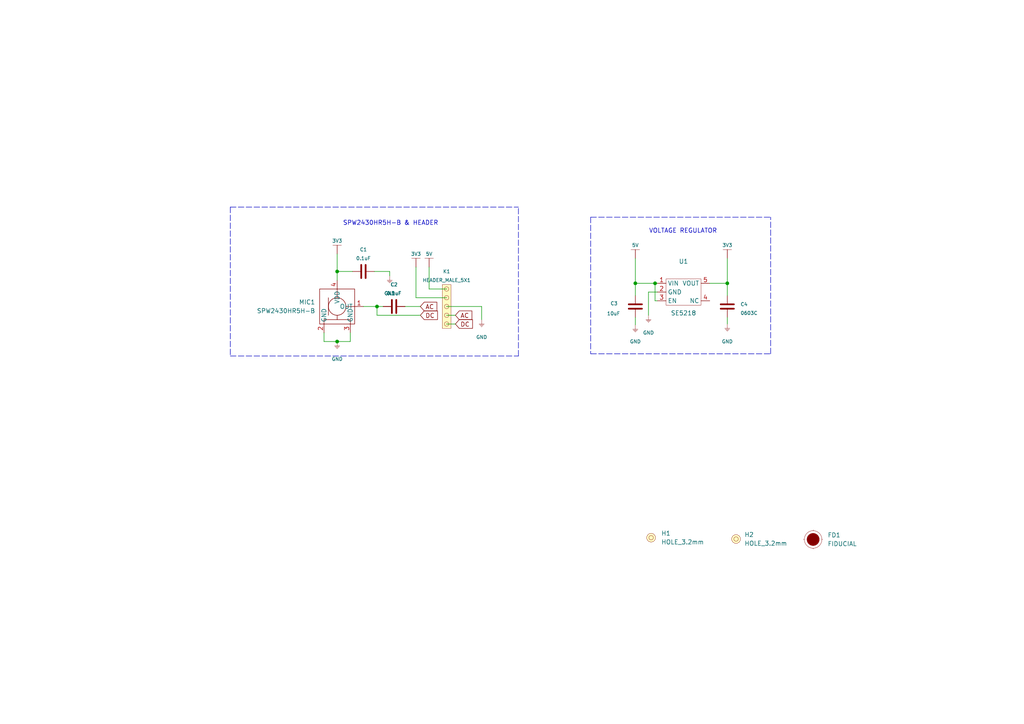
<source format=kicad_sch>
(kicad_sch (version 20210621) (generator eeschema)

  (uuid a46a0b88-4f36-4d12-b434-adfb90e3e8b5)

  (paper "A4")

  (lib_symbols
    (symbol "e-radionica.com schematics:0603C" (pin_numbers hide) (pin_names (offset 0.002)) (in_bom yes) (on_board yes)
      (property "Reference" "C" (id 0) (at -0.635 3.175 0)
        (effects (font (size 1 1)))
      )
      (property "Value" "0603C" (id 1) (at 0 -3.175 0)
        (effects (font (size 1 1)))
      )
      (property "Footprint" "e-radionica.com footprinti:0603C" (id 2) (at 0 0 0)
        (effects (font (size 1 1)) hide)
      )
      (property "Datasheet" "" (id 3) (at 0 0 0)
        (effects (font (size 1 1)) hide)
      )
      (symbol "0603C_0_1"
        (polyline
          (pts
            (xy -0.635 1.905)
            (xy -0.635 -1.905)
          )
          (stroke (width 0.5)) (fill (type none))
        )
        (polyline
          (pts
            (xy 0.635 1.905)
            (xy 0.635 -1.905)
          )
          (stroke (width 0.5)) (fill (type none))
        )
      )
      (symbol "0603C_1_1"
        (pin passive line (at -3.175 0 0) (length 2.54)
          (name "~" (effects (font (size 1.27 1.27))))
          (number "1" (effects (font (size 1.27 1.27))))
        )
        (pin passive line (at 3.175 0 180) (length 2.54)
          (name "~" (effects (font (size 1.27 1.27))))
          (number "2" (effects (font (size 1.27 1.27))))
        )
      )
    )
    (symbol "e-radionica.com schematics:3V3" (power) (pin_names (offset 0)) (in_bom yes) (on_board yes)
      (property "Reference" "#PWR" (id 0) (at 4.445 0 0)
        (effects (font (size 1 1)) hide)
      )
      (property "Value" "3V3" (id 1) (at 0 3.556 0)
        (effects (font (size 1 1)))
      )
      (property "Footprint" "" (id 2) (at 4.445 3.81 0)
        (effects (font (size 1 1)) hide)
      )
      (property "Datasheet" "" (id 3) (at 4.445 3.81 0)
        (effects (font (size 1 1)) hide)
      )
      (property "ki_keywords" "power-flag" (id 4) (at 0 0 0)
        (effects (font (size 1.27 1.27)) hide)
      )
      (property "ki_description" "Power symbol creates a global label with name \"3V3\"" (id 5) (at 0 0 0)
        (effects (font (size 1.27 1.27)) hide)
      )
      (symbol "3V3_0_1"
        (polyline
          (pts
            (xy -1.27 2.54)
            (xy 1.27 2.54)
          )
          (stroke (width 0.0006)) (fill (type none))
        )
        (polyline
          (pts
            (xy 0 0)
            (xy 0 2.54)
          )
          (stroke (width 0)) (fill (type none))
        )
      )
      (symbol "3V3_1_1"
        (pin power_in line (at 0 0 90) (length 0) hide
          (name "3V3" (effects (font (size 1.27 1.27))))
          (number "1" (effects (font (size 1.27 1.27))))
        )
      )
    )
    (symbol "e-radionica.com schematics:5V" (power) (pin_names (offset 0)) (in_bom yes) (on_board yes)
      (property "Reference" "#PWR" (id 0) (at 4.445 0 0)
        (effects (font (size 1 1)) hide)
      )
      (property "Value" "5V" (id 1) (at 0 3.556 0)
        (effects (font (size 1 1)))
      )
      (property "Footprint" "" (id 2) (at 4.445 3.81 0)
        (effects (font (size 1 1)) hide)
      )
      (property "Datasheet" "" (id 3) (at 4.445 3.81 0)
        (effects (font (size 1 1)) hide)
      )
      (property "ki_keywords" "power-flag" (id 4) (at 0 0 0)
        (effects (font (size 1.27 1.27)) hide)
      )
      (property "ki_description" "Power symbol creates a global label with name \"5V\"" (id 5) (at 0 0 0)
        (effects (font (size 1.27 1.27)) hide)
      )
      (symbol "5V_0_1"
        (polyline
          (pts
            (xy -1.27 2.54)
            (xy 1.27 2.54)
          )
          (stroke (width 0.0006)) (fill (type none))
        )
        (polyline
          (pts
            (xy 0 0)
            (xy 0 2.54)
          )
          (stroke (width 0)) (fill (type none))
        )
      )
      (symbol "5V_1_1"
        (pin power_in line (at 0 0 90) (length 0) hide
          (name "5V" (effects (font (size 1.27 1.27))))
          (number "1" (effects (font (size 1.27 1.27))))
        )
      )
    )
    (symbol "e-radionica.com schematics:FIDUCIAL" (in_bom no) (on_board yes)
      (property "Reference" "FD" (id 0) (at 0 3.81 0)
        (effects (font (size 1.27 1.27)))
      )
      (property "Value" "FIDUCIAL" (id 1) (at 0 -3.81 0)
        (effects (font (size 1.27 1.27)))
      )
      (property "Footprint" "e-radionica.com footprinti:FIDUCIAL_23" (id 2) (at 0.254 -5.334 0)
        (effects (font (size 1.27 1.27)) hide)
      )
      (property "Datasheet" "" (id 3) (at 0 0 0)
        (effects (font (size 1.27 1.27)) hide)
      )
      (symbol "FIDUCIAL_0_1"
        (circle (center 0 0) (radius 2.54) (stroke (width 0.0006)) (fill (type none)))
        (circle (center 0 0) (radius 1.7961) (stroke (width 0.001)) (fill (type outline)))
        (polyline
          (pts
            (xy -2.54 0)
            (xy -2.794 0)
          )
          (stroke (width 0.0006)) (fill (type none))
        )
        (polyline
          (pts
            (xy 0 -2.54)
            (xy 0 -2.794)
          )
          (stroke (width 0.0006)) (fill (type none))
        )
        (polyline
          (pts
            (xy 0 2.54)
            (xy 0 2.794)
          )
          (stroke (width 0.0006)) (fill (type none))
        )
        (polyline
          (pts
            (xy 2.54 0)
            (xy 2.794 0)
          )
          (stroke (width 0.0006)) (fill (type none))
        )
      )
    )
    (symbol "e-radionica.com schematics:GND" (power) (pin_names (offset 0)) (in_bom yes) (on_board yes)
      (property "Reference" "#PWR" (id 0) (at 4.445 0 0)
        (effects (font (size 1 1)) hide)
      )
      (property "Value" "GND" (id 1) (at 0 -2.921 0)
        (effects (font (size 1 1)))
      )
      (property "Footprint" "" (id 2) (at 4.445 3.81 0)
        (effects (font (size 1 1)) hide)
      )
      (property "Datasheet" "" (id 3) (at 4.445 3.81 0)
        (effects (font (size 1 1)) hide)
      )
      (property "ki_keywords" "power-flag" (id 4) (at 0 0 0)
        (effects (font (size 1.27 1.27)) hide)
      )
      (property "ki_description" "Power symbol creates a global label with name \"GND\"" (id 5) (at 0 0 0)
        (effects (font (size 1.27 1.27)) hide)
      )
      (symbol "GND_0_1"
        (polyline
          (pts
            (xy -0.762 -1.27)
            (xy 0.762 -1.27)
          )
          (stroke (width 0.0006)) (fill (type none))
        )
        (polyline
          (pts
            (xy -0.635 -1.524)
            (xy 0.635 -1.524)
          )
          (stroke (width 0.0006)) (fill (type none))
        )
        (polyline
          (pts
            (xy -0.381 -1.778)
            (xy 0.381 -1.778)
          )
          (stroke (width 0.0006)) (fill (type none))
        )
        (polyline
          (pts
            (xy -0.127 -2.032)
            (xy 0.127 -2.032)
          )
          (stroke (width 0.0006)) (fill (type none))
        )
        (polyline
          (pts
            (xy 0 0)
            (xy 0 -1.27)
          )
          (stroke (width 0.0006)) (fill (type none))
        )
      )
      (symbol "GND_1_1"
        (pin power_in line (at 0 0 270) (length 0) hide
          (name "GND" (effects (font (size 1.27 1.27))))
          (number "1" (effects (font (size 1.27 1.27))))
        )
      )
    )
    (symbol "e-radionica.com schematics:HEADER_MALE_5X1" (pin_numbers hide) (pin_names hide) (in_bom yes) (on_board yes)
      (property "Reference" "K" (id 0) (at -0.635 7.62 0)
        (effects (font (size 1 1)))
      )
      (property "Value" "HEADER_MALE_5X1" (id 1) (at 0.635 -7.62 0)
        (effects (font (size 1 1)))
      )
      (property "Footprint" "e-radionica.com footprinti:HEADER_MALE_5X1" (id 2) (at 0 0 0)
        (effects (font (size 1 1)) hide)
      )
      (property "Datasheet" "" (id 3) (at 0 0 0)
        (effects (font (size 1 1)) hide)
      )
      (symbol "HEADER_MALE_5X1_0_1"
        (circle (center 0 -5.08) (radius 0.635) (stroke (width 0.0006)) (fill (type none)))
        (circle (center 0 -2.54) (radius 0.635) (stroke (width 0.0006)) (fill (type none)))
        (circle (center 0 0) (radius 0.635) (stroke (width 0.0006)) (fill (type none)))
        (circle (center 0 2.54) (radius 0.635) (stroke (width 0.0006)) (fill (type none)))
        (circle (center 0 5.08) (radius 0.635) (stroke (width 0.0006)) (fill (type none)))
        (rectangle (start -1.27 6.35) (end 1.27 -6.35)
          (stroke (width 0.001)) (fill (type background))
        )
      )
      (symbol "HEADER_MALE_5X1_1_1"
        (pin passive line (at 0 -5.08 180) (length 0)
          (name "~" (effects (font (size 1 1))))
          (number "1" (effects (font (size 1 1))))
        )
        (pin passive line (at 0 -2.54 180) (length 0)
          (name "~" (effects (font (size 1 1))))
          (number "2" (effects (font (size 1 1))))
        )
        (pin passive line (at 0 0 180) (length 0)
          (name "~" (effects (font (size 1 1))))
          (number "3" (effects (font (size 1 1))))
        )
        (pin passive line (at 0 2.54 180) (length 0)
          (name "~" (effects (font (size 1 1))))
          (number "4" (effects (font (size 1 1))))
        )
        (pin passive line (at 0 5.08 180) (length 0)
          (name "~" (effects (font (size 0.991 0.991))))
          (number "5" (effects (font (size 0.991 0.991))))
        )
      )
    )
    (symbol "e-radionica.com schematics:HOLE_3.2mm" (pin_numbers hide) (pin_names hide) (in_bom yes) (on_board yes)
      (property "Reference" "H" (id 0) (at 0 2.54 0)
        (effects (font (size 1.27 1.27)))
      )
      (property "Value" "HOLE_3.2mm" (id 1) (at 0 -2.54 0)
        (effects (font (size 1.27 1.27)))
      )
      (property "Footprint" "e-radionica.com footprinti:HOLE_3.2mm" (id 2) (at 0 0 0)
        (effects (font (size 1.27 1.27)) hide)
      )
      (property "Datasheet" "" (id 3) (at 0 0 0)
        (effects (font (size 1.27 1.27)) hide)
      )
      (symbol "HOLE_3.2mm_0_1"
        (circle (center 0 0) (radius 0.635) (stroke (width 0.0006)) (fill (type none)))
        (circle (center 0 0) (radius 1.27) (stroke (width 0.001)) (fill (type background)))
      )
    )
    (symbol "e-radionica.com schematics:SE5218" (in_bom yes) (on_board yes)
      (property "Reference" "U" (id 0) (at -3.81 5.08 0)
        (effects (font (size 1.27 1.27)))
      )
      (property "Value" "SE5218" (id 1) (at 0 -5.08 0)
        (effects (font (size 1.27 1.27)))
      )
      (property "Footprint" "e-radionica.com footprinti:SOT-23-5" (id 2) (at 0 0 0)
        (effects (font (size 1.27 1.27)) hide)
      )
      (property "Datasheet" "" (id 3) (at 0 0 0)
        (effects (font (size 1.27 1.27)) hide)
      )
      (symbol "SE5218_0_1"
        (rectangle (start -5.08 3.81) (end 5.08 -3.81)
          (stroke (width 0.0006)) (fill (type none))
        )
      )
      (symbol "SE5218_1_1"
        (pin power_in line (at -7.62 2.54 0) (length 2.54)
          (name "VIN" (effects (font (size 1.27 1.27))))
          (number "1" (effects (font (size 1.27 1.27))))
        )
        (pin power_in line (at -7.62 0 0) (length 2.54)
          (name "GND" (effects (font (size 1.27 1.27))))
          (number "2" (effects (font (size 1.27 1.27))))
        )
        (pin input line (at -7.62 -2.54 0) (length 2.54)
          (name "EN" (effects (font (size 1.27 1.27))))
          (number "3" (effects (font (size 1.27 1.27))))
        )
        (pin passive line (at 7.62 -2.54 180) (length 2.54)
          (name "NC" (effects (font (size 1.27 1.27))))
          (number "4" (effects (font (size 1.27 1.27))))
        )
        (pin power_out line (at 7.62 2.54 180) (length 2.54)
          (name "VOUT" (effects (font (size 1.27 1.27))))
          (number "5" (effects (font (size 1.27 1.27))))
        )
      )
    )
    (symbol "e-radionica.com schematics:SPW2430HR5H-B" (in_bom yes) (on_board yes)
      (property "Reference" "MIC" (id 0) (at 2.54 11.43 0)
        (effects (font (size 1.27 1.27)))
      )
      (property "Value" "SPW2430HR5H-B" (id 1) (at 1.27 -10.16 0)
        (effects (font (size 1.27 1.27)))
      )
      (property "Footprint" "e-radionica.com footprinti:SPW2430HR5H-B" (id 2) (at 0 0 0)
        (effects (font (size 1.27 1.27)) hide)
      )
      (property "Datasheet" "" (id 3) (at 0 0 0)
        (effects (font (size 1.27 1.27)) hide)
      )
      (symbol "SPW2430HR5H-B_0_1"
        (circle (center 0 5.08) (radius 2.54) (stroke (width 0.1524)) (fill (type none)))
        (rectangle (start 5.08 0) (end -5.08 10.16)
          (stroke (width 0.1524)) (fill (type none))
        )
        (polyline
          (pts
            (xy -2.54 7.62)
            (xy -2.54 2.54)
          )
          (stroke (width 0.1524)) (fill (type none))
        )
        (polyline
          (pts
            (xy 0 2.54)
            (xy 0 1.27)
          )
          (stroke (width 0.1524)) (fill (type none))
        )
        (polyline
          (pts
            (xy 0 10.16)
            (xy 0 7.62)
          )
          (stroke (width 0.1524)) (fill (type none))
        )
        (polyline
          (pts
            (xy 2.54 5.08)
            (xy 5.08 5.08)
          )
          (stroke (width 0.1524)) (fill (type none))
        )
        (polyline
          (pts
            (xy -3.81 0)
            (xy -3.81 1.27)
            (xy 3.81 1.27)
            (xy 3.81 0)
            (xy 3.81 1.27)
          )
          (stroke (width 0.1524)) (fill (type none))
        )
      )
      (symbol "SPW2430HR5H-B_1_1"
        (pin passive line (at 7.62 5.08 180) (length 2.54)
          (name "OUT" (effects (font (size 1.27 1.27))))
          (number "1" (effects (font (size 1.27 1.27))))
        )
        (pin passive line (at -3.81 -2.54 90) (length 2.54)
          (name "GND" (effects (font (size 1.27 1.27))))
          (number "2" (effects (font (size 1.27 1.27))))
        )
        (pin passive line (at 3.81 -2.54 90) (length 2.54)
          (name "GND" (effects (font (size 1.27 1.27))))
          (number "3" (effects (font (size 1.27 1.27))))
        )
        (pin passive line (at 0 12.7 270) (length 2.54)
          (name "VDD" (effects (font (size 1.27 1.27))))
          (number "4" (effects (font (size 1.27 1.27))))
        )
      )
    )
  )

  (junction (at 97.79 78.74) (diameter 0.9144) (color 0 0 0 0))
  (junction (at 97.79 99.06) (diameter 0.9144) (color 0 0 0 0))
  (junction (at 109.347 88.9) (diameter 0.9144) (color 0 0 0 0))
  (junction (at 184.277 82.169) (diameter 0.9144) (color 0 0 0 0))
  (junction (at 189.992 82.169) (diameter 0.9144) (color 0 0 0 0))
  (junction (at 210.947 82.169) (diameter 0.9144) (color 0 0 0 0))

  (wire (pts (xy 93.98 99.06) (xy 93.98 96.52))
    (stroke (width 0) (type solid) (color 0 0 0 0))
    (uuid 62ecd0e0-54a5-4705-a24a-f776bd9b0e31)
  )
  (wire (pts (xy 97.79 73.66) (xy 97.79 78.74))
    (stroke (width 0) (type solid) (color 0 0 0 0))
    (uuid db049295-40c3-4171-bfc0-eed7cc3a058b)
  )
  (wire (pts (xy 97.79 78.74) (xy 97.79 81.28))
    (stroke (width 0) (type solid) (color 0 0 0 0))
    (uuid db049295-40c3-4171-bfc0-eed7cc3a058b)
  )
  (wire (pts (xy 97.79 78.74) (xy 102.235 78.74))
    (stroke (width 0) (type solid) (color 0 0 0 0))
    (uuid 11358a1d-b238-4c6f-8c69-3128f6202c79)
  )
  (wire (pts (xy 97.79 99.06) (xy 93.98 99.06))
    (stroke (width 0) (type solid) (color 0 0 0 0))
    (uuid 62ecd0e0-54a5-4705-a24a-f776bd9b0e31)
  )
  (wire (pts (xy 97.79 99.06) (xy 101.6 99.06))
    (stroke (width 0) (type solid) (color 0 0 0 0))
    (uuid c986f975-09a2-463f-b968-b167ee21ba87)
  )
  (wire (pts (xy 101.6 99.06) (xy 101.6 96.52))
    (stroke (width 0) (type solid) (color 0 0 0 0))
    (uuid c986f975-09a2-463f-b968-b167ee21ba87)
  )
  (wire (pts (xy 105.41 88.9) (xy 109.347 88.9))
    (stroke (width 0) (type solid) (color 0 0 0 0))
    (uuid 6888e472-66ad-48e2-bfcb-70b077b21834)
  )
  (wire (pts (xy 109.347 88.9) (xy 111.125 88.9))
    (stroke (width 0) (type solid) (color 0 0 0 0))
    (uuid 6888e472-66ad-48e2-bfcb-70b077b21834)
  )
  (wire (pts (xy 109.347 91.44) (xy 109.347 88.9))
    (stroke (width 0) (type solid) (color 0 0 0 0))
    (uuid d9a0f1ab-7a22-412e-b849-24af55242eb6)
  )
  (wire (pts (xy 113.03 78.74) (xy 108.585 78.74))
    (stroke (width 0) (type solid) (color 0 0 0 0))
    (uuid c39531a3-bfeb-4fcb-aa04-54800c14bc38)
  )
  (wire (pts (xy 113.03 80.01) (xy 113.03 78.74))
    (stroke (width 0) (type solid) (color 0 0 0 0))
    (uuid c39531a3-bfeb-4fcb-aa04-54800c14bc38)
  )
  (wire (pts (xy 117.475 88.9) (xy 121.92 88.9))
    (stroke (width 0) (type solid) (color 0 0 0 0))
    (uuid 3dc17271-08be-4a41-8825-3eaba523762c)
  )
  (wire (pts (xy 120.65 86.36) (xy 120.65 77.47))
    (stroke (width 0) (type solid) (color 0 0 0 0))
    (uuid 43ad45e2-0788-464d-8464-4364a376375d)
  )
  (wire (pts (xy 121.92 91.44) (xy 109.347 91.44))
    (stroke (width 0) (type solid) (color 0 0 0 0))
    (uuid d9a0f1ab-7a22-412e-b849-24af55242eb6)
  )
  (wire (pts (xy 124.46 83.82) (xy 124.46 77.47))
    (stroke (width 0) (type solid) (color 0 0 0 0))
    (uuid 9727426a-3dcf-4f67-a9b8-055eefe6614e)
  )
  (wire (pts (xy 129.54 83.82) (xy 124.46 83.82))
    (stroke (width 0) (type solid) (color 0 0 0 0))
    (uuid 9727426a-3dcf-4f67-a9b8-055eefe6614e)
  )
  (wire (pts (xy 129.54 86.36) (xy 120.65 86.36))
    (stroke (width 0) (type solid) (color 0 0 0 0))
    (uuid 43ad45e2-0788-464d-8464-4364a376375d)
  )
  (wire (pts (xy 129.54 88.9) (xy 139.7 88.9))
    (stroke (width 0) (type solid) (color 0 0 0 0))
    (uuid b3fa4b1c-d9cd-4c8a-b894-b0b47318052b)
  )
  (wire (pts (xy 129.54 91.44) (xy 132.08 91.44))
    (stroke (width 0) (type solid) (color 0 0 0 0))
    (uuid 95072b7d-11ef-4b9f-a18d-b4dd5ad5fdd2)
  )
  (wire (pts (xy 129.54 93.98) (xy 132.08 93.98))
    (stroke (width 0) (type solid) (color 0 0 0 0))
    (uuid bed2cee3-1102-492a-b44f-4f0950fa9e21)
  )
  (wire (pts (xy 139.7 88.9) (xy 139.7 92.71))
    (stroke (width 0) (type solid) (color 0 0 0 0))
    (uuid b3fa4b1c-d9cd-4c8a-b894-b0b47318052b)
  )
  (wire (pts (xy 184.277 74.93) (xy 184.277 82.169))
    (stroke (width 0) (type solid) (color 0 0 0 0))
    (uuid a05a8dd5-f99b-41b6-ad2f-45589a492860)
  )
  (wire (pts (xy 184.277 82.169) (xy 184.277 85.725))
    (stroke (width 0) (type solid) (color 0 0 0 0))
    (uuid 16f43221-f11f-430a-9a4c-c71f8318e7fd)
  )
  (wire (pts (xy 184.277 92.075) (xy 184.277 94.234))
    (stroke (width 0) (type solid) (color 0 0 0 0))
    (uuid ab77e388-af7b-419e-86a6-96394605d124)
  )
  (wire (pts (xy 188.087 84.709) (xy 188.087 91.44))
    (stroke (width 0) (type solid) (color 0 0 0 0))
    (uuid 76c40873-cc0e-4ca6-83d9-25fafe3065d5)
  )
  (wire (pts (xy 189.992 82.169) (xy 184.277 82.169))
    (stroke (width 0) (type solid) (color 0 0 0 0))
    (uuid a05a8dd5-f99b-41b6-ad2f-45589a492860)
  )
  (wire (pts (xy 189.992 87.249) (xy 189.992 82.169))
    (stroke (width 0) (type solid) (color 0 0 0 0))
    (uuid 7a3f53a2-8d58-4bbe-a57e-ddba149b1bc0)
  )
  (wire (pts (xy 190.627 82.169) (xy 189.992 82.169))
    (stroke (width 0) (type solid) (color 0 0 0 0))
    (uuid a05a8dd5-f99b-41b6-ad2f-45589a492860)
  )
  (wire (pts (xy 190.627 84.709) (xy 188.087 84.709))
    (stroke (width 0) (type solid) (color 0 0 0 0))
    (uuid 76c40873-cc0e-4ca6-83d9-25fafe3065d5)
  )
  (wire (pts (xy 190.627 87.249) (xy 189.992 87.249))
    (stroke (width 0) (type solid) (color 0 0 0 0))
    (uuid 7a3f53a2-8d58-4bbe-a57e-ddba149b1bc0)
  )
  (wire (pts (xy 210.947 74.93) (xy 210.947 82.169))
    (stroke (width 0) (type solid) (color 0 0 0 0))
    (uuid 9d6f52e6-e93e-4775-8b76-d35d65eb72fe)
  )
  (wire (pts (xy 210.947 82.169) (xy 205.867 82.169))
    (stroke (width 0) (type solid) (color 0 0 0 0))
    (uuid 9d6f52e6-e93e-4775-8b76-d35d65eb72fe)
  )
  (wire (pts (xy 210.947 82.169) (xy 210.947 85.725))
    (stroke (width 0) (type solid) (color 0 0 0 0))
    (uuid 50f4c5f6-443c-4168-bb12-4e4e8713b7d7)
  )
  (wire (pts (xy 210.947 92.075) (xy 210.947 93.98))
    (stroke (width 0) (type solid) (color 0 0 0 0))
    (uuid 80002e2f-e696-4f1d-b448-76072dc8458f)
  )
  (polyline (pts (xy 66.802 60.071) (xy 66.802 103.251))
    (stroke (width 0) (type dash) (color 0 0 0 0))
    (uuid 64a00686-3e28-4c67-a5b7-5078f276c2fb)
  )
  (polyline (pts (xy 66.802 60.071) (xy 150.368 60.071))
    (stroke (width 0) (type dash) (color 0 0 0 0))
    (uuid 64a00686-3e28-4c67-a5b7-5078f276c2fb)
  )
  (polyline (pts (xy 66.802 103.251) (xy 150.368 103.251))
    (stroke (width 0) (type dash) (color 0 0 0 0))
    (uuid 64a00686-3e28-4c67-a5b7-5078f276c2fb)
  )
  (polyline (pts (xy 150.368 103.251) (xy 150.368 60.071))
    (stroke (width 0) (type dash) (color 0 0 0 0))
    (uuid 64a00686-3e28-4c67-a5b7-5078f276c2fb)
  )
  (polyline (pts (xy 171.323 62.992) (xy 171.323 102.616))
    (stroke (width 0) (type dash) (color 0 0 0 0))
    (uuid 97a33536-00f7-4400-b4e3-967ec3c50871)
  )
  (polyline (pts (xy 171.323 62.992) (xy 223.52 62.992))
    (stroke (width 0) (type dash) (color 0 0 0 0))
    (uuid 97a33536-00f7-4400-b4e3-967ec3c50871)
  )
  (polyline (pts (xy 171.323 102.616) (xy 223.52 102.616))
    (stroke (width 0) (type dash) (color 0 0 0 0))
    (uuid 97a33536-00f7-4400-b4e3-967ec3c50871)
  )
  (polyline (pts (xy 223.52 102.616) (xy 223.52 62.992))
    (stroke (width 0) (type dash) (color 0 0 0 0))
    (uuid 97a33536-00f7-4400-b4e3-967ec3c50871)
  )

  (text "SPW2430HR5H-B & HEADER" (at 99.441 65.532 0)
    (effects (font (size 1.27 1.27)) (justify left bottom))
    (uuid 62f91db4-8cea-4857-91b1-fa683bcec5d2)
  )
  (text "VOLTAGE REGULATOR" (at 188.214 67.818 0)
    (effects (font (size 1.27 1.27)) (justify left bottom))
    (uuid 81d20e86-030d-4150-af23-4be7d67e279f)
  )

  (global_label "AC" (shape input) (at 121.92 88.9 0) (fields_autoplaced)
    (effects (font (size 1.27 1.27)) (justify left))
    (uuid efd9d147-2b31-4350-9643-72a8b303e4ec)
    (property "Intersheet References" "${INTERSHEET_REFS}" (id 0) (at 126.6917 88.8206 0)
      (effects (font (size 1.27 1.27)) (justify left) hide)
    )
  )
  (global_label "DC" (shape input) (at 121.92 91.44 0) (fields_autoplaced)
    (effects (font (size 1.27 1.27)) (justify left))
    (uuid 4fed891b-d065-433d-ba01-d8be7b6e85ca)
    (property "Intersheet References" "${INTERSHEET_REFS}" (id 0) (at 126.8731 91.3606 0)
      (effects (font (size 1.27 1.27)) (justify left) hide)
    )
  )
  (global_label "AC" (shape input) (at 132.08 91.44 0) (fields_autoplaced)
    (effects (font (size 1.27 1.27)) (justify left))
    (uuid 963120e1-de53-4641-a0d0-fe8802105bfe)
    (property "Intersheet References" "${INTERSHEET_REFS}" (id 0) (at 136.8517 91.3606 0)
      (effects (font (size 1.27 1.27)) (justify left) hide)
    )
  )
  (global_label "DC" (shape input) (at 132.08 93.98 0) (fields_autoplaced)
    (effects (font (size 1.27 1.27)) (justify left))
    (uuid dc8ea34e-3874-4780-9139-2b8ae5fdc107)
    (property "Intersheet References" "${INTERSHEET_REFS}" (id 0) (at 137.0331 93.9006 0)
      (effects (font (size 1.27 1.27)) (justify left) hide)
    )
  )

  (symbol (lib_id "e-radionica.com schematics:GND") (at 97.79 99.06 0) (unit 1)
    (in_bom yes) (on_board yes) (fields_autoplaced)
    (uuid c2f9a7b7-4e0e-4f8b-8c29-5d18f5e5fea3)
    (property "Reference" "#PWR02" (id 0) (at 102.235 99.06 0)
      (effects (font (size 1 1)) hide)
    )
    (property "Value" "GND" (id 1) (at 97.79 104.14 0)
      (effects (font (size 1 1)))
    )
    (property "Footprint" "" (id 2) (at 102.235 95.25 0)
      (effects (font (size 1 1)) hide)
    )
    (property "Datasheet" "" (id 3) (at 102.235 95.25 0)
      (effects (font (size 1 1)) hide)
    )
    (pin "1" (uuid 7bc40c84-2546-4a09-8494-74fe688f30fd))
  )

  (symbol (lib_id "e-radionica.com schematics:GND") (at 113.03 80.01 0) (unit 1)
    (in_bom yes) (on_board yes) (fields_autoplaced)
    (uuid be63a5f7-40a4-4063-b976-37b43fae55c3)
    (property "Reference" "#PWR03" (id 0) (at 117.475 80.01 0)
      (effects (font (size 1 1)) hide)
    )
    (property "Value" "GND" (id 1) (at 113.03 85.09 0)
      (effects (font (size 1 1)))
    )
    (property "Footprint" "" (id 2) (at 117.475 76.2 0)
      (effects (font (size 1 1)) hide)
    )
    (property "Datasheet" "" (id 3) (at 117.475 76.2 0)
      (effects (font (size 1 1)) hide)
    )
    (pin "1" (uuid 970cc784-b186-4530-9ce7-a115c3579718))
  )

  (symbol (lib_id "e-radionica.com schematics:GND") (at 139.7 92.71 0) (unit 1)
    (in_bom yes) (on_board yes) (fields_autoplaced)
    (uuid 0b67f60c-1f7e-46aa-827d-b7f65ac7aed6)
    (property "Reference" "#PWR06" (id 0) (at 144.145 92.71 0)
      (effects (font (size 1 1)) hide)
    )
    (property "Value" "GND" (id 1) (at 139.7 97.79 0)
      (effects (font (size 1 1)))
    )
    (property "Footprint" "" (id 2) (at 144.145 88.9 0)
      (effects (font (size 1 1)) hide)
    )
    (property "Datasheet" "" (id 3) (at 144.145 88.9 0)
      (effects (font (size 1 1)) hide)
    )
    (pin "1" (uuid 08432335-cad1-4eaa-9319-51d93e94dc9f))
  )

  (symbol (lib_id "e-radionica.com schematics:GND") (at 184.277 94.234 0) (unit 1)
    (in_bom yes) (on_board yes) (fields_autoplaced)
    (uuid 9764b623-792b-45da-b764-03171ddfc0e1)
    (property "Reference" "#PWR08" (id 0) (at 188.722 94.234 0)
      (effects (font (size 1 1)) hide)
    )
    (property "Value" "GND" (id 1) (at 184.277 99.06 0)
      (effects (font (size 1 1)))
    )
    (property "Footprint" "" (id 2) (at 188.722 90.424 0)
      (effects (font (size 1 1)) hide)
    )
    (property "Datasheet" "" (id 3) (at 188.722 90.424 0)
      (effects (font (size 1 1)) hide)
    )
    (pin "1" (uuid 496001b0-799d-4467-8d5a-34b024a9bbb9))
  )

  (symbol (lib_id "e-radionica.com schematics:GND") (at 188.087 91.44 0) (unit 1)
    (in_bom yes) (on_board yes) (fields_autoplaced)
    (uuid eb3ad486-6b96-41bb-9502-6e50eb22b3cc)
    (property "Reference" "#PWR09" (id 0) (at 192.532 91.44 0)
      (effects (font (size 1 1)) hide)
    )
    (property "Value" "GND" (id 1) (at 188.087 96.52 0)
      (effects (font (size 1 1)))
    )
    (property "Footprint" "" (id 2) (at 192.532 87.63 0)
      (effects (font (size 1 1)) hide)
    )
    (property "Datasheet" "" (id 3) (at 192.532 87.63 0)
      (effects (font (size 1 1)) hide)
    )
    (pin "1" (uuid 3a6fde5c-fdc3-488e-9c6f-9b7aa0762072))
  )

  (symbol (lib_id "e-radionica.com schematics:GND") (at 210.947 93.98 0) (unit 1)
    (in_bom yes) (on_board yes) (fields_autoplaced)
    (uuid 6f800d1c-d742-4831-8b9a-3d61e3e68bea)
    (property "Reference" "#PWR011" (id 0) (at 215.392 93.98 0)
      (effects (font (size 1 1)) hide)
    )
    (property "Value" "GND" (id 1) (at 210.947 99.06 0)
      (effects (font (size 1 1)))
    )
    (property "Footprint" "" (id 2) (at 215.392 90.17 0)
      (effects (font (size 1 1)) hide)
    )
    (property "Datasheet" "" (id 3) (at 215.392 90.17 0)
      (effects (font (size 1 1)) hide)
    )
    (pin "1" (uuid 11d12934-cf10-404a-89ae-e7fb66123327))
  )

  (symbol (lib_id "e-radionica.com schematics:HOLE_3.2mm") (at 188.849 155.956 0) (unit 1)
    (in_bom yes) (on_board yes) (fields_autoplaced)
    (uuid baa8b904-5f28-44a7-9303-ccc8e26c8d4c)
    (property "Reference" "H1" (id 0) (at 191.77 154.6859 0)
      (effects (font (size 1.27 1.27)) (justify left))
    )
    (property "Value" "HOLE_3.2mm" (id 1) (at 191.77 157.2259 0)
      (effects (font (size 1.27 1.27)) (justify left))
    )
    (property "Footprint" "e-radionica.com footprinti:HOLE_3.2mm" (id 2) (at 188.849 155.956 0)
      (effects (font (size 1.27 1.27)) hide)
    )
    (property "Datasheet" "" (id 3) (at 188.849 155.956 0)
      (effects (font (size 1.27 1.27)) hide)
    )
  )

  (symbol (lib_id "e-radionica.com schematics:HOLE_3.2mm") (at 213.487 156.337 0) (unit 1)
    (in_bom yes) (on_board yes) (fields_autoplaced)
    (uuid d4be66b0-7fe1-4d7e-a721-895eb6a16180)
    (property "Reference" "H2" (id 0) (at 215.9 155.0669 0)
      (effects (font (size 1.27 1.27)) (justify left))
    )
    (property "Value" "HOLE_3.2mm" (id 1) (at 215.9 157.6069 0)
      (effects (font (size 1.27 1.27)) (justify left))
    )
    (property "Footprint" "e-radionica.com footprinti:HOLE_3.2mm" (id 2) (at 213.487 156.337 0)
      (effects (font (size 1.27 1.27)) hide)
    )
    (property "Datasheet" "" (id 3) (at 213.487 156.337 0)
      (effects (font (size 1.27 1.27)) hide)
    )
  )

  (symbol (lib_id "e-radionica.com schematics:3V3") (at 97.79 73.66 0) (unit 1)
    (in_bom yes) (on_board yes) (fields_autoplaced)
    (uuid 0f48920c-32a6-4ba4-aa8f-6769e6f21d45)
    (property "Reference" "#PWR01" (id 0) (at 102.235 73.66 0)
      (effects (font (size 1 1)) hide)
    )
    (property "Value" "3V3" (id 1) (at 97.79 69.85 0)
      (effects (font (size 1 1)))
    )
    (property "Footprint" "" (id 2) (at 102.235 69.85 0)
      (effects (font (size 1 1)) hide)
    )
    (property "Datasheet" "" (id 3) (at 102.235 69.85 0)
      (effects (font (size 1 1)) hide)
    )
    (pin "1" (uuid a3569fe9-7ad6-4af5-825e-2e7a16dec70e))
  )

  (symbol (lib_id "e-radionica.com schematics:3V3") (at 120.65 77.47 0) (unit 1)
    (in_bom yes) (on_board yes) (fields_autoplaced)
    (uuid 31ac4685-894b-41cc-adfa-63bb9bbb798e)
    (property "Reference" "#PWR04" (id 0) (at 125.095 77.47 0)
      (effects (font (size 1 1)) hide)
    )
    (property "Value" "3V3" (id 1) (at 120.65 73.66 0)
      (effects (font (size 1 1)))
    )
    (property "Footprint" "" (id 2) (at 125.095 73.66 0)
      (effects (font (size 1 1)) hide)
    )
    (property "Datasheet" "" (id 3) (at 125.095 73.66 0)
      (effects (font (size 1 1)) hide)
    )
    (pin "1" (uuid e7c03e2c-6bcb-45e1-82bd-5e7b8f4630dd))
  )

  (symbol (lib_id "e-radionica.com schematics:5V") (at 124.46 77.47 0) (unit 1)
    (in_bom yes) (on_board yes) (fields_autoplaced)
    (uuid fdae9c37-4a6c-4ad5-9d37-e42b632b5de8)
    (property "Reference" "#PWR05" (id 0) (at 128.905 77.47 0)
      (effects (font (size 1 1)) hide)
    )
    (property "Value" "5V" (id 1) (at 124.46 73.66 0)
      (effects (font (size 1 1)))
    )
    (property "Footprint" "" (id 2) (at 128.905 73.66 0)
      (effects (font (size 1 1)) hide)
    )
    (property "Datasheet" "" (id 3) (at 128.905 73.66 0)
      (effects (font (size 1 1)) hide)
    )
    (pin "1" (uuid 16228006-8460-4d43-a2f9-e1f2f2ab4e78))
  )

  (symbol (lib_id "e-radionica.com schematics:5V") (at 184.277 74.93 0) (unit 1)
    (in_bom yes) (on_board yes) (fields_autoplaced)
    (uuid 37694145-c293-4168-9309-b04b7612218e)
    (property "Reference" "#PWR07" (id 0) (at 188.722 74.93 0)
      (effects (font (size 1 1)) hide)
    )
    (property "Value" "5V" (id 1) (at 184.277 71.12 0)
      (effects (font (size 1 1)))
    )
    (property "Footprint" "" (id 2) (at 188.722 71.12 0)
      (effects (font (size 1 1)) hide)
    )
    (property "Datasheet" "" (id 3) (at 188.722 71.12 0)
      (effects (font (size 1 1)) hide)
    )
    (pin "1" (uuid d30a4f7d-9fde-421d-ab53-a08a9dbc4928))
  )

  (symbol (lib_id "e-radionica.com schematics:3V3") (at 210.947 74.93 0) (unit 1)
    (in_bom yes) (on_board yes) (fields_autoplaced)
    (uuid da54051c-15be-4ce1-9422-0969eb435165)
    (property "Reference" "#PWR010" (id 0) (at 215.392 74.93 0)
      (effects (font (size 1 1)) hide)
    )
    (property "Value" "3V3" (id 1) (at 210.947 71.12 0)
      (effects (font (size 1 1)))
    )
    (property "Footprint" "" (id 2) (at 215.392 71.12 0)
      (effects (font (size 1 1)) hide)
    )
    (property "Datasheet" "" (id 3) (at 215.392 71.12 0)
      (effects (font (size 1 1)) hide)
    )
    (pin "1" (uuid cc545b80-7234-46b2-af18-45f3a36b1425))
  )

  (symbol (lib_id "e-radionica.com schematics:0603C") (at 105.41 78.74 0) (unit 1)
    (in_bom yes) (on_board yes) (fields_autoplaced)
    (uuid a7f740ee-cd97-43d3-9b91-931b12e4d19c)
    (property "Reference" "C1" (id 0) (at 105.41 72.39 0)
      (effects (font (size 1 1)))
    )
    (property "Value" "0.1uF" (id 1) (at 105.41 74.93 0)
      (effects (font (size 1 1)))
    )
    (property "Footprint" "e-radionica.com footprinti:0603C" (id 2) (at 105.41 78.74 0)
      (effects (font (size 1 1)) hide)
    )
    (property "Datasheet" "" (id 3) (at 105.41 78.74 0)
      (effects (font (size 1 1)) hide)
    )
    (pin "1" (uuid 5c451bf4-e5bf-4ec1-aeb3-1c666984b0df))
    (pin "2" (uuid 4d6009ef-3572-43f9-8a20-1b4b821270e9))
  )

  (symbol (lib_id "e-radionica.com schematics:0603C") (at 114.3 88.9 0) (unit 1)
    (in_bom yes) (on_board yes) (fields_autoplaced)
    (uuid b32fab4f-6e6a-48ec-97a5-b96aa8165eb4)
    (property "Reference" "C2" (id 0) (at 114.3 82.55 0)
      (effects (font (size 1 1)))
    )
    (property "Value" "0.1uF" (id 1) (at 114.3 85.09 0)
      (effects (font (size 1 1)))
    )
    (property "Footprint" "e-radionica.com footprinti:0603C" (id 2) (at 114.3 88.9 0)
      (effects (font (size 1 1)) hide)
    )
    (property "Datasheet" "" (id 3) (at 114.3 88.9 0)
      (effects (font (size 1 1)) hide)
    )
    (pin "1" (uuid 118aa90b-21b2-4a12-a2bf-280c55864159))
    (pin "2" (uuid 4d201874-aa37-419b-9227-d336f744d514))
  )

  (symbol (lib_id "e-radionica.com schematics:0603C") (at 184.277 88.9 90) (unit 1)
    (in_bom yes) (on_board yes)
    (uuid 7617aee0-7ec8-4c5b-b4bf-9d64230eb75c)
    (property "Reference" "C3" (id 0) (at 177.038 88.011 90)
      (effects (font (size 1 1)) (justify right))
    )
    (property "Value" "10uF" (id 1) (at 176.022 90.932 90)
      (effects (font (size 1 1)) (justify right))
    )
    (property "Footprint" "e-radionica.com footprinti:0603C" (id 2) (at 184.277 88.9 0)
      (effects (font (size 1 1)) hide)
    )
    (property "Datasheet" "" (id 3) (at 184.277 88.9 0)
      (effects (font (size 1 1)) hide)
    )
    (pin "1" (uuid aa0b619b-85ed-4682-af2c-3d2312e59122))
    (pin "2" (uuid 31245037-7228-450f-8ade-d028f1199d85))
  )

  (symbol (lib_id "e-radionica.com schematics:0603C") (at 210.947 88.9 90) (unit 1)
    (in_bom yes) (on_board yes) (fields_autoplaced)
    (uuid 487b11e1-2a5d-4705-83a7-90ecf9527e5e)
    (property "Reference" "C4" (id 0) (at 214.757 88.265 90)
      (effects (font (size 1 1)) (justify right))
    )
    (property "Value" "0603C" (id 1) (at 214.757 90.805 90)
      (effects (font (size 1 1)) (justify right))
    )
    (property "Footprint" "e-radionica.com footprinti:0603C" (id 2) (at 210.947 88.9 0)
      (effects (font (size 1 1)) hide)
    )
    (property "Datasheet" "" (id 3) (at 210.947 88.9 0)
      (effects (font (size 1 1)) hide)
    )
    (pin "1" (uuid 7a0c7f06-2641-49a3-aaf1-87b6d4c39780))
    (pin "2" (uuid 9f9dc640-7ce4-4d68-a407-deb5b9668cca))
  )

  (symbol (lib_id "e-radionica.com schematics:FIDUCIAL") (at 235.839 156.464 0) (unit 1)
    (in_bom no) (on_board yes) (fields_autoplaced)
    (uuid 1aeef393-0abb-4d12-a654-c8dac314ffa4)
    (property "Reference" "FD1" (id 0) (at 240.03 155.1939 0)
      (effects (font (size 1.27 1.27)) (justify left))
    )
    (property "Value" "FIDUCIAL" (id 1) (at 240.03 157.7339 0)
      (effects (font (size 1.27 1.27)) (justify left))
    )
    (property "Footprint" "e-radionica.com footprinti:FIDUCIAL_23" (id 2) (at 236.093 161.798 0)
      (effects (font (size 1.27 1.27)) hide)
    )
    (property "Datasheet" "" (id 3) (at 235.839 156.464 0)
      (effects (font (size 1.27 1.27)) hide)
    )
  )

  (symbol (lib_id "e-radionica.com schematics:HEADER_MALE_5X1") (at 129.54 88.9 0) (unit 1)
    (in_bom yes) (on_board yes) (fields_autoplaced)
    (uuid 2c07bdab-1113-44cd-a408-f21f23467b84)
    (property "Reference" "K1" (id 0) (at 129.54 78.74 0)
      (effects (font (size 1 1)))
    )
    (property "Value" "HEADER_MALE_5X1" (id 1) (at 129.54 81.28 0)
      (effects (font (size 1 1)))
    )
    (property "Footprint" "e-radionica.com footprinti:HEADER_MALE_5X1" (id 2) (at 129.54 88.9 0)
      (effects (font (size 1 1)) hide)
    )
    (property "Datasheet" "" (id 3) (at 129.54 88.9 0)
      (effects (font (size 1 1)) hide)
    )
    (pin "1" (uuid 9c91a8f3-c239-4b30-a030-84cf36939f1c))
    (pin "2" (uuid ff7b4f67-eb2a-482d-8d0c-78203b573298))
    (pin "3" (uuid d8b4bf67-27a6-46ff-b424-dd1d53c4b492))
    (pin "4" (uuid bfab0389-0e5f-4269-854a-43a4dab18aaa))
    (pin "5" (uuid 820efc29-0291-4ef0-aeee-d0741e5c8a3a))
  )

  (symbol (lib_id "e-radionica.com schematics:SE5218") (at 198.247 84.709 0) (unit 1)
    (in_bom yes) (on_board yes)
    (uuid 35f84459-d29d-4968-997c-6aa23a56ee53)
    (property "Reference" "U1" (id 0) (at 198.247 75.819 0))
    (property "Value" "SE5218" (id 1) (at 198.247 90.805 0))
    (property "Footprint" "e-radionica.com footprinti:SOT-23-5" (id 2) (at 198.247 84.709 0)
      (effects (font (size 1.27 1.27)) hide)
    )
    (property "Datasheet" "" (id 3) (at 198.247 84.709 0)
      (effects (font (size 1.27 1.27)) hide)
    )
    (pin "1" (uuid 5d0d034d-7c49-4ebd-894f-131cf049c89a))
    (pin "2" (uuid f3b0e9e8-d6bb-4293-8abe-f7c7da6b0058))
    (pin "3" (uuid 25032621-9cc5-4c78-a2ac-8af60f87ceb3))
    (pin "4" (uuid c6d1fc62-8b43-4663-8a89-5ed59ba8fb6f))
    (pin "5" (uuid 0612edd2-1311-4601-b0f3-b6f41c764c54))
  )

  (symbol (lib_id "e-radionica.com schematics:SPW2430HR5H-B") (at 97.79 93.98 0) (unit 1)
    (in_bom yes) (on_board yes) (fields_autoplaced)
    (uuid 665335c1-ac28-46e8-8b85-1e5bb803fad1)
    (property "Reference" "MIC1" (id 0) (at 91.44 87.6299 0)
      (effects (font (size 1.27 1.27)) (justify right))
    )
    (property "Value" "SPW2430HR5H-B" (id 1) (at 91.44 90.1699 0)
      (effects (font (size 1.27 1.27)) (justify right))
    )
    (property "Footprint" "e-radionica.com footprinti:SPW2430HR5H-B" (id 2) (at 97.79 93.98 0)
      (effects (font (size 1.27 1.27)) hide)
    )
    (property "Datasheet" "" (id 3) (at 97.79 93.98 0)
      (effects (font (size 1.27 1.27)) hide)
    )
    (pin "1" (uuid 0b1825e3-5151-4a36-a00c-77816c26beb7))
    (pin "2" (uuid 8236246b-038e-4229-bc1a-86dd0e05f721))
    (pin "3" (uuid cdcd13d4-abe5-4ed4-a1dd-6d2900700644))
    (pin "4" (uuid 2128aa35-e1ea-458a-a768-0e9fcb2877a4))
  )

  (sheet_instances
    (path "/" (page "1"))
  )

  (symbol_instances
    (path "/0f48920c-32a6-4ba4-aa8f-6769e6f21d45"
      (reference "#PWR01") (unit 1) (value "3V3") (footprint "")
    )
    (path "/c2f9a7b7-4e0e-4f8b-8c29-5d18f5e5fea3"
      (reference "#PWR02") (unit 1) (value "GND") (footprint "")
    )
    (path "/be63a5f7-40a4-4063-b976-37b43fae55c3"
      (reference "#PWR03") (unit 1) (value "GND") (footprint "")
    )
    (path "/31ac4685-894b-41cc-adfa-63bb9bbb798e"
      (reference "#PWR04") (unit 1) (value "3V3") (footprint "")
    )
    (path "/fdae9c37-4a6c-4ad5-9d37-e42b632b5de8"
      (reference "#PWR05") (unit 1) (value "5V") (footprint "")
    )
    (path "/0b67f60c-1f7e-46aa-827d-b7f65ac7aed6"
      (reference "#PWR06") (unit 1) (value "GND") (footprint "")
    )
    (path "/37694145-c293-4168-9309-b04b7612218e"
      (reference "#PWR07") (unit 1) (value "5V") (footprint "")
    )
    (path "/9764b623-792b-45da-b764-03171ddfc0e1"
      (reference "#PWR08") (unit 1) (value "GND") (footprint "")
    )
    (path "/eb3ad486-6b96-41bb-9502-6e50eb22b3cc"
      (reference "#PWR09") (unit 1) (value "GND") (footprint "")
    )
    (path "/da54051c-15be-4ce1-9422-0969eb435165"
      (reference "#PWR010") (unit 1) (value "3V3") (footprint "")
    )
    (path "/6f800d1c-d742-4831-8b9a-3d61e3e68bea"
      (reference "#PWR011") (unit 1) (value "GND") (footprint "")
    )
    (path "/a7f740ee-cd97-43d3-9b91-931b12e4d19c"
      (reference "C1") (unit 1) (value "0.1uF") (footprint "e-radionica.com footprinti:0603C")
    )
    (path "/b32fab4f-6e6a-48ec-97a5-b96aa8165eb4"
      (reference "C2") (unit 1) (value "0.1uF") (footprint "e-radionica.com footprinti:0603C")
    )
    (path "/7617aee0-7ec8-4c5b-b4bf-9d64230eb75c"
      (reference "C3") (unit 1) (value "10uF") (footprint "e-radionica.com footprinti:0603C")
    )
    (path "/487b11e1-2a5d-4705-83a7-90ecf9527e5e"
      (reference "C4") (unit 1) (value "0603C") (footprint "e-radionica.com footprinti:0603C")
    )
    (path "/1aeef393-0abb-4d12-a654-c8dac314ffa4"
      (reference "FD1") (unit 1) (value "FIDUCIAL") (footprint "e-radionica.com footprinti:FIDUCIAL_23")
    )
    (path "/baa8b904-5f28-44a7-9303-ccc8e26c8d4c"
      (reference "H1") (unit 1) (value "HOLE_3.2mm") (footprint "e-radionica.com footprinti:HOLE_3.2mm")
    )
    (path "/d4be66b0-7fe1-4d7e-a721-895eb6a16180"
      (reference "H2") (unit 1) (value "HOLE_3.2mm") (footprint "e-radionica.com footprinti:HOLE_3.2mm")
    )
    (path "/2c07bdab-1113-44cd-a408-f21f23467b84"
      (reference "K1") (unit 1) (value "HEADER_MALE_5X1") (footprint "e-radionica.com footprinti:HEADER_MALE_5X1")
    )
    (path "/665335c1-ac28-46e8-8b85-1e5bb803fad1"
      (reference "MIC1") (unit 1) (value "SPW2430HR5H-B") (footprint "e-radionica.com footprinti:SPW2430HR5H-B")
    )
    (path "/35f84459-d29d-4968-997c-6aa23a56ee53"
      (reference "U1") (unit 1) (value "SE5218") (footprint "e-radionica.com footprinti:SOT-23-5")
    )
  )
)

</source>
